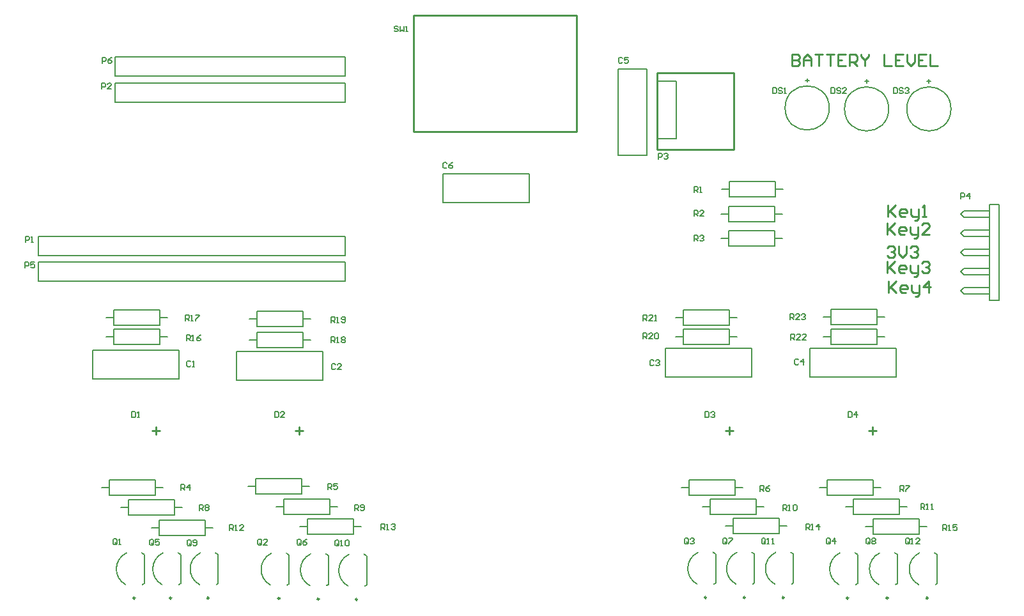
<source format=gto>
G04*
G04 #@! TF.GenerationSoftware,Altium Limited,Altium Designer,22.3.1 (43)*
G04*
G04 Layer_Color=65535*
%FSLAX25Y25*%
%MOIN*%
G70*
G04*
G04 #@! TF.SameCoordinates,B38667F7-6E9D-49A0-AD6C-2E3F1ACDF6D0*
G04*
G04*
G04 #@! TF.FilePolarity,Positive*
G04*
G01*
G75*
%ADD10C,0.00787*%
%ADD11C,0.00984*%
%ADD12C,0.01000*%
%ADD13C,0.00600*%
D10*
X566506Y377500D02*
G03*
X566506Y377500I-11506J0D01*
G01*
X534006D02*
G03*
X534006Y377500I-11506J0D01*
G01*
X503006Y378000D02*
G03*
X503006Y378000I-11506J0D01*
G01*
X175086Y145883D02*
G03*
X174669Y129324I3914J-8383D01*
G01*
X184256Y145114D02*
G03*
X182913Y145884I-5256J-7614D01*
G01*
X183329Y129323D02*
G03*
X184256Y129886I-4329J8177D01*
G01*
X136586Y145883D02*
G03*
X136169Y129324I3914J-8383D01*
G01*
X145756Y145114D02*
G03*
X144413Y145884I-5256J-7614D01*
G01*
X144829Y129323D02*
G03*
X145756Y129886I-4329J8177D01*
G01*
X155586Y145883D02*
G03*
X155169Y129324I3914J-8383D01*
G01*
X164756Y145114D02*
G03*
X163413Y145884I-5256J-7614D01*
G01*
X163829Y129323D02*
G03*
X164756Y129886I-4329J8177D01*
G01*
X252586Y145147D02*
G03*
X252169Y128588I3914J-8383D01*
G01*
X261756Y144378D02*
G03*
X260413Y145148I-5256J-7614D01*
G01*
X260829Y128587D02*
G03*
X261756Y129150I-4329J8177D01*
G01*
X212086Y145647D02*
G03*
X211669Y129088I3914J-8383D01*
G01*
X221256Y144878D02*
G03*
X219913Y145648I-5256J-7614D01*
G01*
X220329Y129087D02*
G03*
X221256Y129650I-4329J8177D01*
G01*
X232586Y145383D02*
G03*
X232169Y128824I3914J-8383D01*
G01*
X241756Y144614D02*
G03*
X240413Y145384I-5256J-7614D01*
G01*
X240829Y128823D02*
G03*
X241756Y129386I-4329J8177D01*
G01*
X475086Y146147D02*
G03*
X474669Y129588I3914J-8383D01*
G01*
X484256Y145378D02*
G03*
X482913Y146148I-5256J-7614D01*
G01*
X483329Y129587D02*
G03*
X484256Y130150I-4329J8177D01*
G01*
X454836Y146147D02*
G03*
X454419Y129588I3914J-8383D01*
G01*
X464006Y145378D02*
G03*
X462663Y146148I-5256J-7614D01*
G01*
X463079Y129587D02*
G03*
X464006Y130150I-4329J8177D01*
G01*
X434586Y146147D02*
G03*
X434169Y129588I3914J-8383D01*
G01*
X443756Y145378D02*
G03*
X442413Y146148I-5256J-7614D01*
G01*
X442829Y129587D02*
G03*
X443756Y130150I-4329J8177D01*
G01*
X529336Y145883D02*
G03*
X528919Y129324I3914J-8383D01*
G01*
X538506Y145114D02*
G03*
X537163Y145884I-5256J-7614D01*
G01*
X537579Y129323D02*
G03*
X538506Y129886I-4329J8177D01*
G01*
X550086Y145883D02*
G03*
X549669Y129324I3914J-8383D01*
G01*
X559256Y145114D02*
G03*
X557913Y145884I-5256J-7614D01*
G01*
X558329Y129323D02*
G03*
X559256Y129886I-4329J8177D01*
G01*
X516829Y129323D02*
G03*
X517756Y129886I-4329J8177D01*
G01*
Y145114D02*
G03*
X516413Y145884I-5256J-7614D01*
G01*
X508586Y145883D02*
G03*
X508169Y129324I3914J-8383D01*
G01*
X301500Y328500D02*
X346500D01*
Y343500D01*
X301500D02*
X346500D01*
X301500Y328500D02*
Y343500D01*
X90500Y287500D02*
X250500D01*
X90500D02*
Y297500D01*
X98000D01*
X250500D01*
Y287500D02*
Y297500D01*
Y301000D02*
Y311000D01*
X98000D02*
X250500D01*
X90500D02*
X98000D01*
X90500Y301000D02*
Y311000D01*
Y301000D02*
X250500D01*
X138200Y404500D02*
X250700D01*
X130700D02*
X138200D01*
X130700Y394500D02*
Y404500D01*
Y394500D02*
X250700D01*
Y404500D01*
X250500Y381000D02*
Y391000D01*
X130500Y381000D02*
X250500D01*
X130500D02*
Y391000D01*
X138000D01*
X250500D01*
X451000Y331500D02*
Y339500D01*
X475000D01*
Y331500D02*
Y339500D01*
X451000Y331500D02*
X475000D01*
X447000Y335500D02*
X451000D01*
X475000D02*
X479000D01*
X450500Y318500D02*
Y326500D01*
X474500D01*
Y318500D02*
Y326500D01*
X450500Y318500D02*
X474500D01*
X446500Y322500D02*
X450500D01*
X474500D02*
X478500D01*
X450500Y306000D02*
Y314000D01*
X474500D01*
Y306000D02*
Y314000D01*
X450500Y306000D02*
X474500D01*
X446500Y310000D02*
X450500D01*
X474500D02*
X478500D01*
X554016Y391959D02*
X555984D01*
X555000Y390974D02*
Y392943D01*
X521516Y391959D02*
X523484D01*
X522500Y390974D02*
Y392943D01*
X490516Y392459D02*
X492484D01*
X491500Y391474D02*
Y393443D01*
X392900Y353400D02*
X407900D01*
X392900D02*
Y398400D01*
X407900D01*
Y353400D02*
Y398400D01*
X119000Y236500D02*
Y251500D01*
X164000D01*
Y236500D02*
Y251500D01*
X119000Y236500D02*
X164000D01*
X154000Y254500D02*
Y262500D01*
X130000Y254500D02*
X154000D01*
X130000D02*
Y262500D01*
X154000D01*
Y258500D02*
X158000D01*
X126000D02*
X130000D01*
X154000Y264500D02*
Y272500D01*
X130000Y264500D02*
X154000D01*
X130000D02*
Y272500D01*
X154000D01*
Y268500D02*
X158000D01*
X126000D02*
X130000D01*
X228500Y264000D02*
Y272000D01*
X204500Y264000D02*
X228500D01*
X204500D02*
Y272000D01*
X228500D01*
Y268000D02*
X232500D01*
X200500D02*
X204500D01*
X228500Y253000D02*
Y261000D01*
X204500Y253000D02*
X228500D01*
X204500D02*
Y261000D01*
X228500D01*
Y257000D02*
X232500D01*
X200500D02*
X204500D01*
X194000Y236000D02*
Y251000D01*
X239000D01*
Y236000D02*
Y251000D01*
X194000Y236000D02*
X239000D01*
X493000Y237500D02*
Y252500D01*
X538000D01*
Y237500D02*
Y252500D01*
X493000Y237500D02*
X538000D01*
X528000Y265000D02*
Y273000D01*
X504000Y265000D02*
X528000D01*
X504000D02*
Y273000D01*
X528000D01*
Y269000D02*
X532000D01*
X500000D02*
X504000D01*
X528000Y254500D02*
Y262500D01*
X504000Y254500D02*
X528000D01*
X504000D02*
Y262500D01*
X528000D01*
Y258500D02*
X532000D01*
X500000D02*
X504000D01*
X451000Y264500D02*
Y272500D01*
X427000Y264500D02*
X451000D01*
X427000D02*
Y272500D01*
X451000D01*
Y268500D02*
X455000D01*
X423000D02*
X427000D01*
X451000Y254500D02*
Y262500D01*
X427000Y254500D02*
X451000D01*
X427000D02*
Y262500D01*
X451000D01*
Y258500D02*
X455000D01*
X423000D02*
X427000D01*
X417500Y237500D02*
Y252500D01*
X462500D01*
Y237500D02*
Y252500D01*
X417500Y237500D02*
X462500D01*
X591500Y277500D02*
Y327500D01*
X573167Y280833D02*
X586500D01*
X571500Y282500D02*
X573167Y280833D01*
X571500Y282500D02*
X573167Y284167D01*
X586500D01*
X573167Y290833D02*
X586500D01*
X571500Y292500D02*
X573167Y290833D01*
X571500Y292500D02*
X573167Y294167D01*
X586500D01*
X573167Y300833D02*
X586500D01*
X571500Y302500D02*
X573167Y300833D01*
X571500Y302500D02*
X573167Y304167D01*
X586500D01*
X573167Y310833D02*
X586500D01*
X571500Y312500D02*
X573167Y310833D01*
X571500Y312500D02*
X573167Y314167D01*
X586500D01*
X573167Y320833D02*
X586500D01*
X571500Y322500D02*
X573167Y320833D01*
X571500Y322500D02*
X573167Y324167D01*
X586500D01*
Y327500D02*
X591500D01*
X586500Y277500D02*
Y327500D01*
Y277500D02*
X591500D01*
X184256Y129886D02*
Y145114D01*
X145756Y129886D02*
Y145114D01*
X164756Y129886D02*
Y145114D01*
X161500Y165500D02*
Y173500D01*
X137500Y165500D02*
X161500D01*
X137500D02*
Y173500D01*
X161500D01*
Y169500D02*
X165500D01*
X133500D02*
X137500D01*
X151500Y176000D02*
Y184000D01*
X127500Y176000D02*
X151500D01*
X127500D02*
Y184000D01*
X151500D01*
Y180000D02*
X155500D01*
X123500D02*
X127500D01*
X261756Y129150D02*
Y144378D01*
X221256Y129650D02*
Y144878D01*
X241756Y129386D02*
Y144614D01*
X228000Y176500D02*
Y184500D01*
X204000Y176500D02*
X228000D01*
X204000D02*
Y184500D01*
X228000D01*
Y180500D02*
X232000D01*
X200000D02*
X204000D01*
X242500Y166000D02*
Y174000D01*
X218500Y166000D02*
X242500D01*
X218500D02*
Y174000D01*
X242500D01*
Y170000D02*
X246500D01*
X214500D02*
X218500D01*
X477000Y156000D02*
Y164000D01*
X453000Y156000D02*
X477000D01*
X453000D02*
Y164000D01*
X477000D01*
Y160000D02*
X481000D01*
X449000D02*
X453000D01*
X465000Y166000D02*
Y174000D01*
X441000Y166000D02*
X465000D01*
X441000D02*
Y174000D01*
X465000D01*
Y170000D02*
X469000D01*
X437000D02*
X441000D01*
X454000Y176000D02*
Y184000D01*
X430000Y176000D02*
X454000D01*
X430000D02*
Y184000D01*
X454000D01*
Y180000D02*
X458000D01*
X426000D02*
X430000D01*
X484256Y130150D02*
Y145378D01*
X464006Y130150D02*
Y145378D01*
X443756Y130150D02*
Y145378D01*
X538506Y129886D02*
Y145114D01*
X559256Y129886D02*
Y145114D01*
X517756Y129886D02*
Y145114D01*
X526000Y176000D02*
Y184000D01*
X502000Y176000D02*
X526000D01*
X502000D02*
Y184000D01*
X526000D01*
Y180000D02*
X530000D01*
X498000D02*
X502000D01*
X550000Y155500D02*
Y163500D01*
X526000Y155500D02*
X550000D01*
X526000D02*
Y163500D01*
X550000D01*
Y159500D02*
X554000D01*
X522000D02*
X526000D01*
X255000Y155500D02*
Y163500D01*
X231000Y155500D02*
X255000D01*
X231000D02*
Y163500D01*
X255000D01*
Y159500D02*
X259000D01*
X227000D02*
X231000D01*
X177500Y155000D02*
Y163000D01*
X153500Y155000D02*
X177500D01*
X153500D02*
Y163000D01*
X177500D01*
Y159000D02*
X181500D01*
X149500D02*
X153500D01*
X539500Y166000D02*
Y174000D01*
X515500Y166000D02*
X539500D01*
X515500D02*
Y174000D01*
X539500D01*
Y170000D02*
X543500D01*
X511500D02*
X515500D01*
X413400Y391900D02*
X423400D01*
Y361900D02*
Y391900D01*
X413400Y361900D02*
X423400D01*
X413400D02*
Y391900D01*
D11*
X179492Y122343D02*
G03*
X179492Y122343I-492J0D01*
G01*
X140992D02*
G03*
X140992Y122343I-492J0D01*
G01*
X159992D02*
G03*
X159992Y122343I-492J0D01*
G01*
X256992Y121606D02*
G03*
X256992Y121606I-492J0D01*
G01*
X216492Y122106D02*
G03*
X216492Y122106I-492J0D01*
G01*
X236992Y121843D02*
G03*
X236992Y121843I-492J0D01*
G01*
X479492Y122606D02*
G03*
X479492Y122606I-492J0D01*
G01*
X459242D02*
G03*
X459242Y122606I-492J0D01*
G01*
X438992D02*
G03*
X438992Y122606I-492J0D01*
G01*
X533742Y122343D02*
G03*
X533742Y122343I-492J0D01*
G01*
X554492D02*
G03*
X554492Y122343I-492J0D01*
G01*
X512992D02*
G03*
X512992Y122343I-492J0D01*
G01*
D12*
X413400Y396400D02*
X453400D01*
X413400Y356400D02*
X453400D01*
X413400D02*
Y396400D01*
X453400Y356400D02*
Y396400D01*
X286100Y365700D02*
X371100D01*
X286100Y426200D02*
X371100D01*
Y365700D02*
Y426200D01*
X286100Y365700D02*
Y426200D01*
X533400Y317997D02*
Y311999D01*
Y313999D01*
X537399Y317997D01*
X534400Y314998D01*
X537399Y311999D01*
X542397D02*
X540398D01*
X539398Y312999D01*
Y314998D01*
X540398Y315998D01*
X542397D01*
X543397Y314998D01*
Y313999D01*
X539398D01*
X545396Y315998D02*
Y312999D01*
X546396Y311999D01*
X549395D01*
Y311000D01*
X548395Y310000D01*
X547396D01*
X549395Y311999D02*
Y315998D01*
X555393Y311999D02*
X551394D01*
X555393Y315998D01*
Y316998D01*
X554393Y317997D01*
X552394D01*
X551394Y316998D01*
X533400Y304998D02*
X534400Y305998D01*
X536399D01*
X537399Y304998D01*
Y303999D01*
X536399Y302999D01*
X535399D01*
X536399D01*
X537399Y301999D01*
Y301000D01*
X536399Y300000D01*
X534400D01*
X533400Y301000D01*
X539398Y305998D02*
Y301999D01*
X541397Y300000D01*
X543397Y301999D01*
Y305998D01*
X545396Y304998D02*
X546396Y305998D01*
X548395D01*
X549395Y304998D01*
Y303999D01*
X548395Y302999D01*
X547396D01*
X548395D01*
X549395Y301999D01*
Y301000D01*
X548395Y300000D01*
X546396D01*
X545396Y301000D01*
X533900Y287497D02*
Y281499D01*
Y283499D01*
X537899Y287497D01*
X534900Y284498D01*
X537899Y281499D01*
X542897D02*
X540898D01*
X539898Y282499D01*
Y284498D01*
X540898Y285498D01*
X542897D01*
X543897Y284498D01*
Y283499D01*
X539898D01*
X545896Y285498D02*
Y282499D01*
X546896Y281499D01*
X549895D01*
Y280500D01*
X548895Y279500D01*
X547895D01*
X549895Y281499D02*
Y285498D01*
X554893Y281499D02*
Y287497D01*
X551894Y284498D01*
X555893D01*
X533400Y297997D02*
Y291999D01*
Y293999D01*
X537399Y297997D01*
X534400Y294998D01*
X537399Y291999D01*
X542397D02*
X540398D01*
X539398Y292999D01*
Y294998D01*
X540398Y295998D01*
X542397D01*
X543397Y294998D01*
Y293999D01*
X539398D01*
X545396Y295998D02*
Y292999D01*
X546396Y291999D01*
X549395D01*
Y291000D01*
X548395Y290000D01*
X547396D01*
X549395Y291999D02*
Y295998D01*
X551394Y296998D02*
X552394Y297997D01*
X554393D01*
X555393Y296998D01*
Y295998D01*
X554393Y294998D01*
X553394D01*
X554393D01*
X555393Y293999D01*
Y292999D01*
X554393Y291999D01*
X552394D01*
X551394Y292999D01*
X533500Y327397D02*
Y321399D01*
Y323399D01*
X537499Y327397D01*
X534500Y324398D01*
X537499Y321399D01*
X542497D02*
X540498D01*
X539498Y322399D01*
Y324398D01*
X540498Y325398D01*
X542497D01*
X543497Y324398D01*
Y323399D01*
X539498D01*
X545496Y325398D02*
Y322399D01*
X546496Y321399D01*
X549495D01*
Y320400D01*
X548495Y319400D01*
X547496D01*
X549495Y321399D02*
Y325398D01*
X551494Y321399D02*
X553493D01*
X552494D01*
Y327397D01*
X551494Y326398D01*
X483500Y405998D02*
Y400000D01*
X486499D01*
X487499Y401000D01*
Y401999D01*
X486499Y402999D01*
X483500D01*
X486499D01*
X487499Y403999D01*
Y404998D01*
X486499Y405998D01*
X483500D01*
X489498Y400000D02*
Y403999D01*
X491497Y405998D01*
X493497Y403999D01*
Y400000D01*
Y402999D01*
X489498D01*
X495496Y405998D02*
X499495D01*
X497496D01*
Y400000D01*
X501494Y405998D02*
X505493D01*
X503493D01*
Y400000D01*
X511491Y405998D02*
X507492D01*
Y400000D01*
X511491D01*
X507492Y402999D02*
X509492D01*
X513490Y400000D02*
Y405998D01*
X516489D01*
X517489Y404998D01*
Y402999D01*
X516489Y401999D01*
X513490D01*
X515490D02*
X517489Y400000D01*
X519488Y405998D02*
Y404998D01*
X521488Y402999D01*
X523487Y404998D01*
Y405998D01*
X521488Y402999D02*
Y400000D01*
X531485Y405998D02*
Y400000D01*
X535483D01*
X541481Y405998D02*
X537483D01*
Y400000D01*
X541481D01*
X537483Y402999D02*
X539482D01*
X543481Y405998D02*
Y401999D01*
X545480Y400000D01*
X547479Y401999D01*
Y405998D01*
X553477D02*
X549479D01*
Y400000D01*
X553477D01*
X549479Y402999D02*
X551478D01*
X555477Y405998D02*
Y400000D01*
X559475D01*
X523500Y209499D02*
X527499D01*
X525499Y211499D02*
Y207500D01*
X150000Y209499D02*
X153999D01*
X151999Y211499D02*
Y207500D01*
X224500Y209499D02*
X228499D01*
X226499Y211499D02*
Y207500D01*
X449000Y209499D02*
X452999D01*
X450999Y211499D02*
Y207500D01*
D13*
X303699Y348999D02*
X303200Y349499D01*
X302200D01*
X301700Y348999D01*
Y347000D01*
X302200Y346500D01*
X303200D01*
X303699Y347000D01*
X306698Y349499D02*
X305699Y348999D01*
X304699Y348000D01*
Y347000D01*
X305199Y346500D01*
X306199D01*
X306698Y347000D01*
Y347500D01*
X306199Y348000D01*
X304699D01*
X395099Y403899D02*
X394600Y404399D01*
X393600D01*
X393100Y403899D01*
Y401900D01*
X393600Y401400D01*
X394600D01*
X395099Y401900D01*
X398098Y404399D02*
X396099D01*
Y402900D01*
X397099Y403399D01*
X397599D01*
X398098Y402900D01*
Y401900D01*
X397599Y401400D01*
X396599D01*
X396099Y401900D01*
X167251Y267001D02*
Y270000D01*
X168751D01*
X169251Y269500D01*
Y268500D01*
X168751Y268000D01*
X167251D01*
X168251D02*
X169251Y267001D01*
X170250D02*
X171250D01*
X170750D01*
Y270000D01*
X170250Y269500D01*
X172749Y270000D02*
X174749D01*
Y269500D01*
X172749Y267500D01*
Y267001D01*
X167751Y256501D02*
Y259500D01*
X169251D01*
X169751Y259000D01*
Y258000D01*
X169251Y257500D01*
X167751D01*
X168751D02*
X169751Y256501D01*
X170750D02*
X171750D01*
X171250D01*
Y259500D01*
X170750Y259000D01*
X175249Y259500D02*
X174249Y259000D01*
X173249Y258000D01*
Y257000D01*
X173749Y256501D01*
X174749D01*
X175249Y257000D01*
Y257500D01*
X174749Y258000D01*
X173249D01*
X243251Y266001D02*
Y269000D01*
X244751D01*
X245251Y268500D01*
Y267500D01*
X244751Y267000D01*
X243251D01*
X244251D02*
X245251Y266001D01*
X246250D02*
X247250D01*
X246750D01*
Y269000D01*
X246250Y268500D01*
X248749Y266500D02*
X249249Y266001D01*
X250249D01*
X250749Y266500D01*
Y268500D01*
X250249Y269000D01*
X249249D01*
X248749Y268500D01*
Y268000D01*
X249249Y267500D01*
X250749D01*
X243251Y255501D02*
Y258500D01*
X244751D01*
X245251Y258000D01*
Y257000D01*
X244751Y256500D01*
X243251D01*
X244251D02*
X245251Y255501D01*
X246250D02*
X247250D01*
X246750D01*
Y258500D01*
X246250Y258000D01*
X248749D02*
X249249Y258500D01*
X250249D01*
X250749Y258000D01*
Y257500D01*
X250249Y257000D01*
X250749Y256500D01*
Y256000D01*
X250249Y255501D01*
X249249D01*
X248749Y256000D01*
Y256500D01*
X249249Y257000D01*
X248749Y257500D01*
Y258000D01*
X249249Y257000D02*
X250249D01*
X406001Y267001D02*
Y270000D01*
X407501D01*
X408001Y269500D01*
Y268500D01*
X407501Y268000D01*
X406001D01*
X407001D02*
X408001Y267001D01*
X410999D02*
X409000D01*
X410999Y269000D01*
Y269500D01*
X410500Y270000D01*
X409500D01*
X409000Y269500D01*
X411999Y267001D02*
X412999D01*
X412499D01*
Y270000D01*
X411999Y269500D01*
X406001Y257501D02*
Y260500D01*
X407501D01*
X408001Y260000D01*
Y259000D01*
X407501Y258500D01*
X406001D01*
X407001D02*
X408001Y257501D01*
X411000D02*
X409000D01*
X411000Y259500D01*
Y260000D01*
X410500Y260500D01*
X409500D01*
X409000Y260000D01*
X411999D02*
X412499Y260500D01*
X413499D01*
X413999Y260000D01*
Y258000D01*
X413499Y257501D01*
X412499D01*
X411999Y258000D01*
Y260000D01*
X482501Y267500D02*
Y270499D01*
X484001D01*
X484501Y270000D01*
Y269000D01*
X484001Y268500D01*
X482501D01*
X483501D02*
X484501Y267500D01*
X487500D02*
X485500D01*
X487500Y269500D01*
Y270000D01*
X487000Y270499D01*
X486000D01*
X485500Y270000D01*
X488499D02*
X488999Y270499D01*
X489999D01*
X490499Y270000D01*
Y269500D01*
X489999Y269000D01*
X489499D01*
X489999D01*
X490499Y268500D01*
Y268000D01*
X489999Y267500D01*
X488999D01*
X488499Y268000D01*
X483001Y257000D02*
Y259999D01*
X484501D01*
X485001Y259500D01*
Y258500D01*
X484501Y258000D01*
X483001D01*
X484001D02*
X485001Y257000D01*
X488000D02*
X486000D01*
X488000Y259000D01*
Y259500D01*
X487500Y259999D01*
X486500D01*
X486000Y259500D01*
X490999Y257000D02*
X488999D01*
X490999Y259000D01*
Y259500D01*
X490499Y259999D01*
X489499D01*
X488999Y259500D01*
X123801Y401401D02*
Y404399D01*
X125300D01*
X125800Y403900D01*
Y402900D01*
X125300Y402400D01*
X123801D01*
X128799Y404399D02*
X127799Y403900D01*
X126800Y402900D01*
Y401900D01*
X127300Y401401D01*
X128299D01*
X128799Y401900D01*
Y402400D01*
X128299Y402900D01*
X126800D01*
X83601Y294500D02*
Y297499D01*
X85100D01*
X85600Y297000D01*
Y296000D01*
X85100Y295500D01*
X83601D01*
X88599Y297499D02*
X86600D01*
Y296000D01*
X87599Y296500D01*
X88099D01*
X88599Y296000D01*
Y295000D01*
X88099Y294500D01*
X87100D01*
X86600Y295000D01*
X170000Y245500D02*
X169500Y246000D01*
X168500D01*
X168001Y245500D01*
Y243500D01*
X168500Y243001D01*
X169500D01*
X170000Y243500D01*
X171000Y243001D02*
X171999D01*
X171500D01*
Y246000D01*
X171000Y245500D01*
X245500Y244000D02*
X245000Y244499D01*
X244001D01*
X243501Y244000D01*
Y242000D01*
X244001Y241500D01*
X245000D01*
X245500Y242000D01*
X248499Y241500D02*
X246500D01*
X248499Y243500D01*
Y244000D01*
X247999Y244499D01*
X247000D01*
X246500Y244000D01*
X411500Y246000D02*
X411000Y246499D01*
X410001D01*
X409501Y246000D01*
Y244000D01*
X410001Y243500D01*
X411000D01*
X411500Y244000D01*
X412500Y246000D02*
X413000Y246499D01*
X413999D01*
X414499Y246000D01*
Y245500D01*
X413999Y245000D01*
X413499D01*
X413999D01*
X414499Y244500D01*
Y244000D01*
X413999Y243500D01*
X413000D01*
X412500Y244000D01*
X487000Y246500D02*
X486500Y247000D01*
X485501D01*
X485001Y246500D01*
Y244500D01*
X485501Y244001D01*
X486500D01*
X487000Y244500D01*
X489499Y244001D02*
Y247000D01*
X488000Y245500D01*
X489999D01*
X540001Y178000D02*
Y181000D01*
X541500D01*
X542000Y180500D01*
Y179500D01*
X541500Y179000D01*
X540001D01*
X541001D02*
X542000Y178000D01*
X543000Y181000D02*
X544999D01*
Y180500D01*
X543000Y178500D01*
Y178000D01*
X571700Y330500D02*
Y333499D01*
X573200D01*
X573699Y332999D01*
Y331999D01*
X573200Y331500D01*
X571700D01*
X576198Y330500D02*
Y333499D01*
X574699Y331999D01*
X576698D01*
X432501Y321500D02*
Y324500D01*
X434000D01*
X434500Y324000D01*
Y323000D01*
X434000Y322500D01*
X432501D01*
X433500D02*
X434500Y321500D01*
X437499D02*
X435500D01*
X437499Y323500D01*
Y324000D01*
X436999Y324500D01*
X436000D01*
X435500Y324000D01*
X478751Y168000D02*
Y171000D01*
X480251D01*
X480751Y170500D01*
Y169500D01*
X480251Y169000D01*
X478751D01*
X479751D02*
X480751Y168000D01*
X481750D02*
X482750D01*
X482250D01*
Y171000D01*
X481750Y170500D01*
X484249D02*
X484749Y171000D01*
X485749D01*
X486249Y170500D01*
Y168500D01*
X485749Y168000D01*
X484749D01*
X484249Y168500D01*
Y170500D01*
X432501Y334000D02*
Y337000D01*
X434000D01*
X434500Y336500D01*
Y335500D01*
X434000Y335000D01*
X432501D01*
X433500D02*
X434500Y334000D01*
X435500D02*
X436499D01*
X435999D01*
Y337000D01*
X435500Y336500D01*
X241501Y179000D02*
Y182000D01*
X243000D01*
X243500Y181500D01*
Y180500D01*
X243000Y180000D01*
X241501D01*
X242500D02*
X243500Y179000D01*
X246499Y182000D02*
X244500D01*
Y180500D01*
X245499Y181000D01*
X245999D01*
X246499Y180500D01*
Y179500D01*
X245999Y179000D01*
X245000D01*
X244500Y179500D01*
X255501Y168000D02*
Y171000D01*
X257000D01*
X257500Y170500D01*
Y169500D01*
X257000Y169000D01*
X255501D01*
X256501D02*
X257500Y168000D01*
X258500Y168500D02*
X259000Y168000D01*
X259999D01*
X260499Y168500D01*
Y170500D01*
X259999Y171000D01*
X259000D01*
X258500Y170500D01*
Y170000D01*
X259000Y169500D01*
X260499D01*
X467001Y178000D02*
Y181000D01*
X468500D01*
X469000Y180500D01*
Y179500D01*
X468500Y179000D01*
X467001D01*
X468001D02*
X469000Y178000D01*
X471999Y181000D02*
X470999Y180500D01*
X470000Y179500D01*
Y178500D01*
X470500Y178000D01*
X471499D01*
X471999Y178500D01*
Y179000D01*
X471499Y179500D01*
X470000D01*
X190251Y157501D02*
Y160500D01*
X191751D01*
X192251Y160000D01*
Y159000D01*
X191751Y158500D01*
X190251D01*
X191251D02*
X192251Y157501D01*
X193250D02*
X194250D01*
X193750D01*
Y160500D01*
X193250Y160000D01*
X197749Y157501D02*
X195749D01*
X197749Y159500D01*
Y160000D01*
X197249Y160500D01*
X196249D01*
X195749Y160000D01*
X562251Y157501D02*
Y160500D01*
X563751D01*
X564251Y160000D01*
Y159000D01*
X563751Y158500D01*
X562251D01*
X563251D02*
X564251Y157501D01*
X565250D02*
X566250D01*
X565750D01*
Y160500D01*
X565250Y160000D01*
X569749Y160500D02*
X567749D01*
Y159000D01*
X568749Y159500D01*
X569249D01*
X569749Y159000D01*
Y158000D01*
X569249Y157501D01*
X568249D01*
X567749Y158000D01*
X550751Y168500D02*
Y171500D01*
X552251D01*
X552750Y171000D01*
Y170000D01*
X552251Y169500D01*
X550751D01*
X551751D02*
X552750Y168500D01*
X553750D02*
X554750D01*
X554250D01*
Y171500D01*
X553750Y171000D01*
X556249Y168500D02*
X557249D01*
X556749D01*
Y171500D01*
X556249Y171000D01*
X432501Y308501D02*
Y311500D01*
X434000D01*
X434500Y311000D01*
Y310000D01*
X434000Y309500D01*
X432501D01*
X433500D02*
X434500Y308501D01*
X435500Y311000D02*
X436000Y311500D01*
X436999D01*
X437499Y311000D01*
Y310500D01*
X436999Y310000D01*
X436500D01*
X436999D01*
X437499Y309500D01*
Y309000D01*
X436999Y308501D01*
X436000D01*
X435500Y309000D01*
X490751Y158001D02*
Y161000D01*
X492251D01*
X492751Y160500D01*
Y159500D01*
X492251Y159000D01*
X490751D01*
X491751D02*
X492751Y158001D01*
X493750D02*
X494750D01*
X494250D01*
Y161000D01*
X493750Y160500D01*
X497749Y158001D02*
Y161000D01*
X496249Y159500D01*
X498249D01*
X269251Y158001D02*
Y161000D01*
X270751D01*
X271251Y160500D01*
Y159500D01*
X270751Y159000D01*
X269251D01*
X270251D02*
X271251Y158001D01*
X272250D02*
X273250D01*
X272750D01*
Y161000D01*
X272250Y160500D01*
X274749D02*
X275249Y161000D01*
X276249D01*
X276749Y160500D01*
Y160000D01*
X276249Y159500D01*
X275749D01*
X276249D01*
X276749Y159000D01*
Y158500D01*
X276249Y158001D01*
X275249D01*
X274749Y158500D01*
X165001Y178500D02*
Y181500D01*
X166500D01*
X167000Y181000D01*
Y180000D01*
X166500Y179500D01*
X165001D01*
X166000D02*
X167000Y178500D01*
X169499D02*
Y181500D01*
X168000Y180000D01*
X169999D01*
X174501Y168000D02*
Y171000D01*
X176000D01*
X176500Y170500D01*
Y169500D01*
X176000Y169000D01*
X174501D01*
X175501D02*
X176500Y168000D01*
X177500Y170500D02*
X178000Y171000D01*
X178999D01*
X179499Y170500D01*
Y170000D01*
X178999Y169500D01*
X179499Y169000D01*
Y168500D01*
X178999Y168000D01*
X178000D01*
X177500Y168500D01*
Y169000D01*
X178000Y169500D01*
X177500Y170000D01*
Y170500D01*
X178000Y169500D02*
X178999D01*
X429500Y151000D02*
Y153000D01*
X429000Y153499D01*
X428001D01*
X427501Y153000D01*
Y151000D01*
X428001Y150501D01*
X429000D01*
X428501Y151500D02*
X429500Y150501D01*
X429000D02*
X429500Y151000D01*
X430500Y153000D02*
X431000Y153499D01*
X431999D01*
X432499Y153000D01*
Y152500D01*
X431999Y152000D01*
X431499D01*
X431999D01*
X432499Y151500D01*
Y151000D01*
X431999Y150501D01*
X431000D01*
X430500Y151000D01*
X247251Y150000D02*
Y152000D01*
X246751Y152499D01*
X245751D01*
X245251Y152000D01*
Y150000D01*
X245751Y149501D01*
X246751D01*
X246251Y150500D02*
X247251Y149501D01*
X246751D02*
X247251Y150000D01*
X248250Y149501D02*
X249250D01*
X248750D01*
Y152499D01*
X248250Y152000D01*
X250749D02*
X251249Y152499D01*
X252249D01*
X252749Y152000D01*
Y150000D01*
X252249Y149501D01*
X251249D01*
X250749Y150000D01*
Y152000D01*
X544751Y151000D02*
Y153000D01*
X544251Y153499D01*
X543251D01*
X542751Y153000D01*
Y151000D01*
X543251Y150501D01*
X544251D01*
X543751Y151500D02*
X544751Y150501D01*
X544251D02*
X544751Y151000D01*
X545750Y150501D02*
X546750D01*
X546250D01*
Y153499D01*
X545750Y153000D01*
X550249Y150501D02*
X548249D01*
X550249Y152500D01*
Y153000D01*
X549749Y153499D01*
X548749D01*
X548249Y153000D01*
X449500Y151000D02*
Y153000D01*
X449000Y153499D01*
X448001D01*
X447501Y153000D01*
Y151000D01*
X448001Y150501D01*
X449000D01*
X448500Y151500D02*
X449500Y150501D01*
X449000D02*
X449500Y151000D01*
X450500Y153499D02*
X452499D01*
Y153000D01*
X450500Y151000D01*
Y150501D01*
X469750Y151000D02*
Y153000D01*
X469251Y153499D01*
X468251D01*
X467751Y153000D01*
Y151000D01*
X468251Y150501D01*
X469251D01*
X468751Y151500D02*
X469750Y150501D01*
X469251D02*
X469750Y151000D01*
X470750Y150501D02*
X471750D01*
X471250D01*
Y153499D01*
X470750Y153000D01*
X473249Y150501D02*
X474249D01*
X473749D01*
Y153499D01*
X473249Y153000D01*
X131500Y150700D02*
Y152700D01*
X131000Y153200D01*
X130000D01*
X129501Y152700D01*
Y150700D01*
X130000Y150200D01*
X131000D01*
X130500Y151200D02*
X131500Y150200D01*
X131000D02*
X131500Y150700D01*
X132500Y150200D02*
X133499D01*
X133000D01*
Y153200D01*
X132500Y152700D01*
X227500Y150500D02*
Y152500D01*
X227000Y152999D01*
X226001D01*
X225501Y152500D01*
Y150500D01*
X226001Y150001D01*
X227000D01*
X226501Y151000D02*
X227500Y150001D01*
X227000D02*
X227500Y150500D01*
X230499Y152999D02*
X229500Y152500D01*
X228500Y151500D01*
Y150500D01*
X229000Y150001D01*
X229999D01*
X230499Y150500D01*
Y151000D01*
X229999Y151500D01*
X228500D01*
X170100Y150200D02*
Y152200D01*
X169600Y152699D01*
X168601D01*
X168101Y152200D01*
Y150200D01*
X168601Y149700D01*
X169600D01*
X169100Y150700D02*
X170100Y149700D01*
X169600D02*
X170100Y150200D01*
X171100D02*
X171600Y149700D01*
X172599D01*
X173099Y150200D01*
Y152200D01*
X172599Y152699D01*
X171600D01*
X171100Y152200D01*
Y151700D01*
X171600Y151200D01*
X173099D01*
X524250Y151000D02*
Y153000D01*
X523750Y153499D01*
X522751D01*
X522251Y153000D01*
Y151000D01*
X522751Y150501D01*
X523750D01*
X523250Y151500D02*
X524250Y150501D01*
X523750D02*
X524250Y151000D01*
X525250Y153000D02*
X525750Y153499D01*
X526749D01*
X527249Y153000D01*
Y152500D01*
X526749Y152000D01*
X527249Y151500D01*
Y151000D01*
X526749Y150501D01*
X525750D01*
X525250Y151000D01*
Y151500D01*
X525750Y152000D01*
X525250Y152500D01*
Y153000D01*
X525750Y152000D02*
X526749D01*
X150600Y150400D02*
Y152400D01*
X150100Y152900D01*
X149101D01*
X148601Y152400D01*
Y150400D01*
X149101Y149900D01*
X150100D01*
X149601Y150900D02*
X150600Y149900D01*
X150100D02*
X150600Y150400D01*
X153599Y152900D02*
X151600D01*
Y151400D01*
X152600Y151900D01*
X153099D01*
X153599Y151400D01*
Y150400D01*
X153099Y149900D01*
X152100D01*
X151600Y150400D01*
X207000Y150500D02*
Y152500D01*
X206500Y152999D01*
X205501D01*
X205001Y152500D01*
Y150500D01*
X205501Y150001D01*
X206500D01*
X206000Y151000D02*
X207000Y150001D01*
X206500D02*
X207000Y150500D01*
X209999Y150001D02*
X208000D01*
X209999Y152000D01*
Y152500D01*
X209499Y152999D01*
X208500D01*
X208000Y152500D01*
X536501Y388499D02*
Y385501D01*
X538001D01*
X538501Y386000D01*
Y388000D01*
X538001Y388499D01*
X536501D01*
X541500Y388000D02*
X541000Y388499D01*
X540000D01*
X539500Y388000D01*
Y387500D01*
X540000Y387000D01*
X541000D01*
X541500Y386500D01*
Y386000D01*
X541000Y385501D01*
X540000D01*
X539500Y386000D01*
X542499Y388000D02*
X542999Y388499D01*
X543999D01*
X544499Y388000D01*
Y387500D01*
X543999Y387000D01*
X543499D01*
X543999D01*
X544499Y386500D01*
Y386000D01*
X543999Y385501D01*
X542999D01*
X542499Y386000D01*
X504001Y388499D02*
Y385501D01*
X505501D01*
X506001Y386000D01*
Y388000D01*
X505501Y388499D01*
X504001D01*
X509000Y388000D02*
X508500Y388499D01*
X507500D01*
X507000Y388000D01*
Y387500D01*
X507500Y387000D01*
X508500D01*
X509000Y386500D01*
Y386000D01*
X508500Y385501D01*
X507500D01*
X507000Y386000D01*
X511999Y385501D02*
X509999D01*
X511999Y387500D01*
Y388000D01*
X511499Y388499D01*
X510499D01*
X509999Y388000D01*
X213900Y219499D02*
Y216500D01*
X215400D01*
X215899Y217000D01*
Y218999D01*
X215400Y219499D01*
X213900D01*
X218898Y216500D02*
X216899D01*
X218898Y218499D01*
Y218999D01*
X218398Y219499D01*
X217399D01*
X216899Y218999D01*
X139400Y219499D02*
Y216500D01*
X140900D01*
X141399Y217000D01*
Y218999D01*
X140900Y219499D01*
X139400D01*
X142399Y216500D02*
X143399D01*
X142899D01*
Y219499D01*
X142399Y218999D01*
X438400Y219499D02*
Y216500D01*
X439899D01*
X440399Y217000D01*
Y218999D01*
X439899Y219499D01*
X438400D01*
X441399Y218999D02*
X441899Y219499D01*
X442899D01*
X443398Y218999D01*
Y218499D01*
X442899Y218000D01*
X442399D01*
X442899D01*
X443398Y217500D01*
Y217000D01*
X442899Y216500D01*
X441899D01*
X441399Y217000D01*
X512900Y219499D02*
Y216500D01*
X514399D01*
X514899Y217000D01*
Y218999D01*
X514399Y219499D01*
X512900D01*
X517399Y216500D02*
Y219499D01*
X515899Y218000D01*
X517898D01*
X278100Y420300D02*
X277601Y420799D01*
X276601D01*
X276101Y420300D01*
Y419800D01*
X276601Y419300D01*
X277601D01*
X278100Y418800D01*
Y418300D01*
X277601Y417801D01*
X276601D01*
X276101Y418300D01*
X279100Y420799D02*
Y417801D01*
X280100Y418800D01*
X281100Y417801D01*
Y420799D01*
X282099Y417801D02*
X283099D01*
X282599D01*
Y420799D01*
X282099Y420300D01*
X473501Y388499D02*
Y385501D01*
X475001D01*
X475500Y386000D01*
Y388000D01*
X475001Y388499D01*
X473501D01*
X478500Y388000D02*
X478000Y388499D01*
X477000D01*
X476500Y388000D01*
Y387500D01*
X477000Y387000D01*
X478000D01*
X478500Y386500D01*
Y386000D01*
X478000Y385501D01*
X477000D01*
X476500Y386000D01*
X479499Y385501D02*
X480499D01*
X479999D01*
Y388499D01*
X479499Y388000D01*
X83901Y308000D02*
Y310999D01*
X85400D01*
X85900Y310500D01*
Y309500D01*
X85400Y309000D01*
X83901D01*
X86900Y308000D02*
X87899D01*
X87400D01*
Y310999D01*
X86900Y310500D01*
X123601Y387900D02*
Y390899D01*
X125100D01*
X125600Y390400D01*
Y389400D01*
X125100Y388900D01*
X123601D01*
X128599Y387900D02*
X126600D01*
X128599Y389900D01*
Y390400D01*
X128099Y390899D01*
X127100D01*
X126600Y390400D01*
X413901Y351400D02*
Y354399D01*
X415400D01*
X415900Y353900D01*
Y352900D01*
X415400Y352400D01*
X413901D01*
X416900Y353900D02*
X417400Y354399D01*
X418399D01*
X418899Y353900D01*
Y353400D01*
X418399Y352900D01*
X417900D01*
X418399D01*
X418899Y352400D01*
Y351900D01*
X418399Y351400D01*
X417400D01*
X416900Y351900D01*
X503500Y151000D02*
Y153000D01*
X503000Y153499D01*
X502001D01*
X501501Y153000D01*
Y151000D01*
X502001Y150501D01*
X503000D01*
X502500Y151500D02*
X503500Y150501D01*
X503000D02*
X503500Y151000D01*
X505999Y150501D02*
Y153499D01*
X504500Y152000D01*
X506499D01*
M02*

</source>
